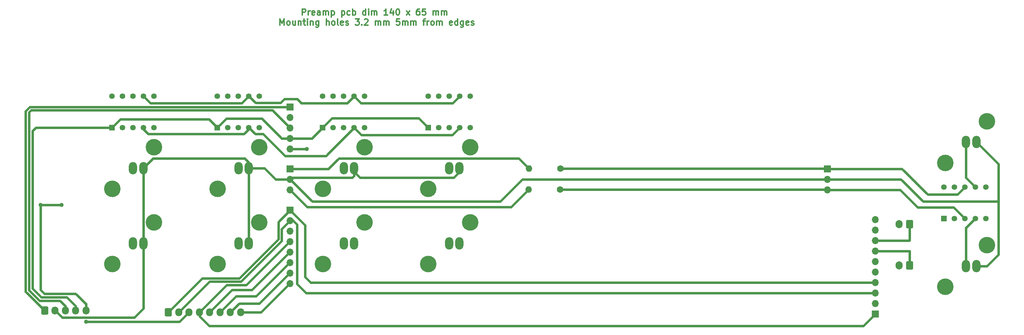
<source format=gbr>
%TF.GenerationSoftware,KiCad,Pcbnew,7.0.10*%
%TF.CreationDate,2024-01-24T20:17:36+01:00*%
%TF.ProjectId,ThePreamp-Analogue,54686550-7265-4616-9d70-2d416e616c6f,rev?*%
%TF.SameCoordinates,Original*%
%TF.FileFunction,Copper,L1,Top*%
%TF.FilePolarity,Positive*%
%FSLAX46Y46*%
G04 Gerber Fmt 4.6, Leading zero omitted, Abs format (unit mm)*
G04 Created by KiCad (PCBNEW 7.0.10) date 2024-01-24 20:17:36*
%MOMM*%
%LPD*%
G01*
G04 APERTURE LIST*
G04 Aperture macros list*
%AMRoundRect*
0 Rectangle with rounded corners*
0 $1 Rounding radius*
0 $2 $3 $4 $5 $6 $7 $8 $9 X,Y pos of 4 corners*
0 Add a 4 corners polygon primitive as box body*
4,1,4,$2,$3,$4,$5,$6,$7,$8,$9,$2,$3,0*
0 Add four circle primitives for the rounded corners*
1,1,$1+$1,$2,$3*
1,1,$1+$1,$4,$5*
1,1,$1+$1,$6,$7*
1,1,$1+$1,$8,$9*
0 Add four rect primitives between the rounded corners*
20,1,$1+$1,$2,$3,$4,$5,0*
20,1,$1+$1,$4,$5,$6,$7,0*
20,1,$1+$1,$6,$7,$8,$9,0*
20,1,$1+$1,$8,$9,$2,$3,0*%
G04 Aperture macros list end*
%ADD10C,0.300000*%
%TA.AperFunction,NonConductor*%
%ADD11C,0.300000*%
%TD*%
%TA.AperFunction,ComponentPad*%
%ADD12C,4.000000*%
%TD*%
%TA.AperFunction,ComponentPad*%
%ADD13O,2.000000X3.000000*%
%TD*%
%TA.AperFunction,ComponentPad*%
%ADD14R,1.350000X1.350000*%
%TD*%
%TA.AperFunction,ComponentPad*%
%ADD15C,1.350000*%
%TD*%
%TA.AperFunction,ComponentPad*%
%ADD16RoundRect,0.250000X-0.600000X-0.725000X0.600000X-0.725000X0.600000X0.725000X-0.600000X0.725000X0*%
%TD*%
%TA.AperFunction,ComponentPad*%
%ADD17O,1.700000X1.950000*%
%TD*%
%TA.AperFunction,ComponentPad*%
%ADD18C,1.600000*%
%TD*%
%TA.AperFunction,ComponentPad*%
%ADD19O,1.600000X1.600000*%
%TD*%
%TA.AperFunction,ComponentPad*%
%ADD20RoundRect,0.250000X0.600000X0.750000X-0.600000X0.750000X-0.600000X-0.750000X0.600000X-0.750000X0*%
%TD*%
%TA.AperFunction,ComponentPad*%
%ADD21O,1.700000X2.000000*%
%TD*%
%TA.AperFunction,ComponentPad*%
%ADD22R,1.700000X1.700000*%
%TD*%
%TA.AperFunction,ComponentPad*%
%ADD23O,1.700000X1.700000*%
%TD*%
%TA.AperFunction,ViaPad*%
%ADD24C,1.000000*%
%TD*%
%TA.AperFunction,Conductor*%
%ADD25C,0.600000*%
%TD*%
G04 APERTURE END LIST*
D10*
D11*
X67928572Y76229172D02*
X67928572Y77729172D01*
X67928572Y77729172D02*
X68500001Y77729172D01*
X68500001Y77729172D02*
X68642858Y77657743D01*
X68642858Y77657743D02*
X68714287Y77586315D01*
X68714287Y77586315D02*
X68785715Y77443458D01*
X68785715Y77443458D02*
X68785715Y77229172D01*
X68785715Y77229172D02*
X68714287Y77086315D01*
X68714287Y77086315D02*
X68642858Y77014886D01*
X68642858Y77014886D02*
X68500001Y76943458D01*
X68500001Y76943458D02*
X67928572Y76943458D01*
X69428572Y76229172D02*
X69428572Y77229172D01*
X69428572Y76943458D02*
X69500001Y77086315D01*
X69500001Y77086315D02*
X69571430Y77157743D01*
X69571430Y77157743D02*
X69714287Y77229172D01*
X69714287Y77229172D02*
X69857144Y77229172D01*
X70928572Y76300600D02*
X70785715Y76229172D01*
X70785715Y76229172D02*
X70500001Y76229172D01*
X70500001Y76229172D02*
X70357143Y76300600D01*
X70357143Y76300600D02*
X70285715Y76443458D01*
X70285715Y76443458D02*
X70285715Y77014886D01*
X70285715Y77014886D02*
X70357143Y77157743D01*
X70357143Y77157743D02*
X70500001Y77229172D01*
X70500001Y77229172D02*
X70785715Y77229172D01*
X70785715Y77229172D02*
X70928572Y77157743D01*
X70928572Y77157743D02*
X71000001Y77014886D01*
X71000001Y77014886D02*
X71000001Y76872029D01*
X71000001Y76872029D02*
X70285715Y76729172D01*
X72285715Y76229172D02*
X72285715Y77014886D01*
X72285715Y77014886D02*
X72214286Y77157743D01*
X72214286Y77157743D02*
X72071429Y77229172D01*
X72071429Y77229172D02*
X71785715Y77229172D01*
X71785715Y77229172D02*
X71642857Y77157743D01*
X72285715Y76300600D02*
X72142857Y76229172D01*
X72142857Y76229172D02*
X71785715Y76229172D01*
X71785715Y76229172D02*
X71642857Y76300600D01*
X71642857Y76300600D02*
X71571429Y76443458D01*
X71571429Y76443458D02*
X71571429Y76586315D01*
X71571429Y76586315D02*
X71642857Y76729172D01*
X71642857Y76729172D02*
X71785715Y76800600D01*
X71785715Y76800600D02*
X72142857Y76800600D01*
X72142857Y76800600D02*
X72285715Y76872029D01*
X73000000Y76229172D02*
X73000000Y77229172D01*
X73000000Y77086315D02*
X73071429Y77157743D01*
X73071429Y77157743D02*
X73214286Y77229172D01*
X73214286Y77229172D02*
X73428572Y77229172D01*
X73428572Y77229172D02*
X73571429Y77157743D01*
X73571429Y77157743D02*
X73642858Y77014886D01*
X73642858Y77014886D02*
X73642858Y76229172D01*
X73642858Y77014886D02*
X73714286Y77157743D01*
X73714286Y77157743D02*
X73857143Y77229172D01*
X73857143Y77229172D02*
X74071429Y77229172D01*
X74071429Y77229172D02*
X74214286Y77157743D01*
X74214286Y77157743D02*
X74285715Y77014886D01*
X74285715Y77014886D02*
X74285715Y76229172D01*
X75000000Y77229172D02*
X75000000Y75729172D01*
X75000000Y77157743D02*
X75142858Y77229172D01*
X75142858Y77229172D02*
X75428572Y77229172D01*
X75428572Y77229172D02*
X75571429Y77157743D01*
X75571429Y77157743D02*
X75642858Y77086315D01*
X75642858Y77086315D02*
X75714286Y76943458D01*
X75714286Y76943458D02*
X75714286Y76514886D01*
X75714286Y76514886D02*
X75642858Y76372029D01*
X75642858Y76372029D02*
X75571429Y76300600D01*
X75571429Y76300600D02*
X75428572Y76229172D01*
X75428572Y76229172D02*
X75142858Y76229172D01*
X75142858Y76229172D02*
X75000000Y76300600D01*
X77500000Y77229172D02*
X77500000Y75729172D01*
X77500000Y77157743D02*
X77642858Y77229172D01*
X77642858Y77229172D02*
X77928572Y77229172D01*
X77928572Y77229172D02*
X78071429Y77157743D01*
X78071429Y77157743D02*
X78142858Y77086315D01*
X78142858Y77086315D02*
X78214286Y76943458D01*
X78214286Y76943458D02*
X78214286Y76514886D01*
X78214286Y76514886D02*
X78142858Y76372029D01*
X78142858Y76372029D02*
X78071429Y76300600D01*
X78071429Y76300600D02*
X77928572Y76229172D01*
X77928572Y76229172D02*
X77642858Y76229172D01*
X77642858Y76229172D02*
X77500000Y76300600D01*
X79500001Y76300600D02*
X79357143Y76229172D01*
X79357143Y76229172D02*
X79071429Y76229172D01*
X79071429Y76229172D02*
X78928572Y76300600D01*
X78928572Y76300600D02*
X78857143Y76372029D01*
X78857143Y76372029D02*
X78785715Y76514886D01*
X78785715Y76514886D02*
X78785715Y76943458D01*
X78785715Y76943458D02*
X78857143Y77086315D01*
X78857143Y77086315D02*
X78928572Y77157743D01*
X78928572Y77157743D02*
X79071429Y77229172D01*
X79071429Y77229172D02*
X79357143Y77229172D01*
X79357143Y77229172D02*
X79500001Y77157743D01*
X80142857Y76229172D02*
X80142857Y77729172D01*
X80142857Y77157743D02*
X80285715Y77229172D01*
X80285715Y77229172D02*
X80571429Y77229172D01*
X80571429Y77229172D02*
X80714286Y77157743D01*
X80714286Y77157743D02*
X80785715Y77086315D01*
X80785715Y77086315D02*
X80857143Y76943458D01*
X80857143Y76943458D02*
X80857143Y76514886D01*
X80857143Y76514886D02*
X80785715Y76372029D01*
X80785715Y76372029D02*
X80714286Y76300600D01*
X80714286Y76300600D02*
X80571429Y76229172D01*
X80571429Y76229172D02*
X80285715Y76229172D01*
X80285715Y76229172D02*
X80142857Y76300600D01*
X83285715Y76229172D02*
X83285715Y77729172D01*
X83285715Y76300600D02*
X83142857Y76229172D01*
X83142857Y76229172D02*
X82857143Y76229172D01*
X82857143Y76229172D02*
X82714286Y76300600D01*
X82714286Y76300600D02*
X82642857Y76372029D01*
X82642857Y76372029D02*
X82571429Y76514886D01*
X82571429Y76514886D02*
X82571429Y76943458D01*
X82571429Y76943458D02*
X82642857Y77086315D01*
X82642857Y77086315D02*
X82714286Y77157743D01*
X82714286Y77157743D02*
X82857143Y77229172D01*
X82857143Y77229172D02*
X83142857Y77229172D01*
X83142857Y77229172D02*
X83285715Y77157743D01*
X84000000Y76229172D02*
X84000000Y77229172D01*
X84000000Y77729172D02*
X83928572Y77657743D01*
X83928572Y77657743D02*
X84000000Y77586315D01*
X84000000Y77586315D02*
X84071429Y77657743D01*
X84071429Y77657743D02*
X84000000Y77729172D01*
X84000000Y77729172D02*
X84000000Y77586315D01*
X84714286Y76229172D02*
X84714286Y77229172D01*
X84714286Y77086315D02*
X84785715Y77157743D01*
X84785715Y77157743D02*
X84928572Y77229172D01*
X84928572Y77229172D02*
X85142858Y77229172D01*
X85142858Y77229172D02*
X85285715Y77157743D01*
X85285715Y77157743D02*
X85357144Y77014886D01*
X85357144Y77014886D02*
X85357144Y76229172D01*
X85357144Y77014886D02*
X85428572Y77157743D01*
X85428572Y77157743D02*
X85571429Y77229172D01*
X85571429Y77229172D02*
X85785715Y77229172D01*
X85785715Y77229172D02*
X85928572Y77157743D01*
X85928572Y77157743D02*
X86000001Y77014886D01*
X86000001Y77014886D02*
X86000001Y76229172D01*
X88642858Y76229172D02*
X87785715Y76229172D01*
X88214286Y76229172D02*
X88214286Y77729172D01*
X88214286Y77729172D02*
X88071429Y77514886D01*
X88071429Y77514886D02*
X87928572Y77372029D01*
X87928572Y77372029D02*
X87785715Y77300600D01*
X89928572Y77229172D02*
X89928572Y76229172D01*
X89571429Y77800600D02*
X89214286Y76729172D01*
X89214286Y76729172D02*
X90142857Y76729172D01*
X91000000Y77729172D02*
X91142857Y77729172D01*
X91142857Y77729172D02*
X91285714Y77657743D01*
X91285714Y77657743D02*
X91357143Y77586315D01*
X91357143Y77586315D02*
X91428571Y77443458D01*
X91428571Y77443458D02*
X91500000Y77157743D01*
X91500000Y77157743D02*
X91500000Y76800600D01*
X91500000Y76800600D02*
X91428571Y76514886D01*
X91428571Y76514886D02*
X91357143Y76372029D01*
X91357143Y76372029D02*
X91285714Y76300600D01*
X91285714Y76300600D02*
X91142857Y76229172D01*
X91142857Y76229172D02*
X91000000Y76229172D01*
X91000000Y76229172D02*
X90857143Y76300600D01*
X90857143Y76300600D02*
X90785714Y76372029D01*
X90785714Y76372029D02*
X90714285Y76514886D01*
X90714285Y76514886D02*
X90642857Y76800600D01*
X90642857Y76800600D02*
X90642857Y77157743D01*
X90642857Y77157743D02*
X90714285Y77443458D01*
X90714285Y77443458D02*
X90785714Y77586315D01*
X90785714Y77586315D02*
X90857143Y77657743D01*
X90857143Y77657743D02*
X91000000Y77729172D01*
X93142856Y76229172D02*
X93928571Y77229172D01*
X93142856Y77229172D02*
X93928571Y76229172D01*
X96285714Y77729172D02*
X95999999Y77729172D01*
X95999999Y77729172D02*
X95857142Y77657743D01*
X95857142Y77657743D02*
X95785714Y77586315D01*
X95785714Y77586315D02*
X95642856Y77372029D01*
X95642856Y77372029D02*
X95571428Y77086315D01*
X95571428Y77086315D02*
X95571428Y76514886D01*
X95571428Y76514886D02*
X95642856Y76372029D01*
X95642856Y76372029D02*
X95714285Y76300600D01*
X95714285Y76300600D02*
X95857142Y76229172D01*
X95857142Y76229172D02*
X96142856Y76229172D01*
X96142856Y76229172D02*
X96285714Y76300600D01*
X96285714Y76300600D02*
X96357142Y76372029D01*
X96357142Y76372029D02*
X96428571Y76514886D01*
X96428571Y76514886D02*
X96428571Y76872029D01*
X96428571Y76872029D02*
X96357142Y77014886D01*
X96357142Y77014886D02*
X96285714Y77086315D01*
X96285714Y77086315D02*
X96142856Y77157743D01*
X96142856Y77157743D02*
X95857142Y77157743D01*
X95857142Y77157743D02*
X95714285Y77086315D01*
X95714285Y77086315D02*
X95642856Y77014886D01*
X95642856Y77014886D02*
X95571428Y76872029D01*
X97785713Y77729172D02*
X97071427Y77729172D01*
X97071427Y77729172D02*
X96999999Y77014886D01*
X96999999Y77014886D02*
X97071427Y77086315D01*
X97071427Y77086315D02*
X97214285Y77157743D01*
X97214285Y77157743D02*
X97571427Y77157743D01*
X97571427Y77157743D02*
X97714285Y77086315D01*
X97714285Y77086315D02*
X97785713Y77014886D01*
X97785713Y77014886D02*
X97857142Y76872029D01*
X97857142Y76872029D02*
X97857142Y76514886D01*
X97857142Y76514886D02*
X97785713Y76372029D01*
X97785713Y76372029D02*
X97714285Y76300600D01*
X97714285Y76300600D02*
X97571427Y76229172D01*
X97571427Y76229172D02*
X97214285Y76229172D01*
X97214285Y76229172D02*
X97071427Y76300600D01*
X97071427Y76300600D02*
X96999999Y76372029D01*
X99642855Y76229172D02*
X99642855Y77229172D01*
X99642855Y77086315D02*
X99714284Y77157743D01*
X99714284Y77157743D02*
X99857141Y77229172D01*
X99857141Y77229172D02*
X100071427Y77229172D01*
X100071427Y77229172D02*
X100214284Y77157743D01*
X100214284Y77157743D02*
X100285713Y77014886D01*
X100285713Y77014886D02*
X100285713Y76229172D01*
X100285713Y77014886D02*
X100357141Y77157743D01*
X100357141Y77157743D02*
X100499998Y77229172D01*
X100499998Y77229172D02*
X100714284Y77229172D01*
X100714284Y77229172D02*
X100857141Y77157743D01*
X100857141Y77157743D02*
X100928570Y77014886D01*
X100928570Y77014886D02*
X100928570Y76229172D01*
X101642855Y76229172D02*
X101642855Y77229172D01*
X101642855Y77086315D02*
X101714284Y77157743D01*
X101714284Y77157743D02*
X101857141Y77229172D01*
X101857141Y77229172D02*
X102071427Y77229172D01*
X102071427Y77229172D02*
X102214284Y77157743D01*
X102214284Y77157743D02*
X102285713Y77014886D01*
X102285713Y77014886D02*
X102285713Y76229172D01*
X102285713Y77014886D02*
X102357141Y77157743D01*
X102357141Y77157743D02*
X102499998Y77229172D01*
X102499998Y77229172D02*
X102714284Y77229172D01*
X102714284Y77229172D02*
X102857141Y77157743D01*
X102857141Y77157743D02*
X102928570Y77014886D01*
X102928570Y77014886D02*
X102928570Y76229172D01*
X62571428Y73814172D02*
X62571428Y75314172D01*
X62571428Y75314172D02*
X63071428Y74242743D01*
X63071428Y74242743D02*
X63571428Y75314172D01*
X63571428Y75314172D02*
X63571428Y73814172D01*
X64500000Y73814172D02*
X64357143Y73885600D01*
X64357143Y73885600D02*
X64285714Y73957029D01*
X64285714Y73957029D02*
X64214286Y74099886D01*
X64214286Y74099886D02*
X64214286Y74528458D01*
X64214286Y74528458D02*
X64285714Y74671315D01*
X64285714Y74671315D02*
X64357143Y74742743D01*
X64357143Y74742743D02*
X64500000Y74814172D01*
X64500000Y74814172D02*
X64714286Y74814172D01*
X64714286Y74814172D02*
X64857143Y74742743D01*
X64857143Y74742743D02*
X64928572Y74671315D01*
X64928572Y74671315D02*
X65000000Y74528458D01*
X65000000Y74528458D02*
X65000000Y74099886D01*
X65000000Y74099886D02*
X64928572Y73957029D01*
X64928572Y73957029D02*
X64857143Y73885600D01*
X64857143Y73885600D02*
X64714286Y73814172D01*
X64714286Y73814172D02*
X64500000Y73814172D01*
X66285715Y74814172D02*
X66285715Y73814172D01*
X65642857Y74814172D02*
X65642857Y74028458D01*
X65642857Y74028458D02*
X65714286Y73885600D01*
X65714286Y73885600D02*
X65857143Y73814172D01*
X65857143Y73814172D02*
X66071429Y73814172D01*
X66071429Y73814172D02*
X66214286Y73885600D01*
X66214286Y73885600D02*
X66285715Y73957029D01*
X67000000Y74814172D02*
X67000000Y73814172D01*
X67000000Y74671315D02*
X67071429Y74742743D01*
X67071429Y74742743D02*
X67214286Y74814172D01*
X67214286Y74814172D02*
X67428572Y74814172D01*
X67428572Y74814172D02*
X67571429Y74742743D01*
X67571429Y74742743D02*
X67642858Y74599886D01*
X67642858Y74599886D02*
X67642858Y73814172D01*
X68142858Y74814172D02*
X68714286Y74814172D01*
X68357143Y75314172D02*
X68357143Y74028458D01*
X68357143Y74028458D02*
X68428572Y73885600D01*
X68428572Y73885600D02*
X68571429Y73814172D01*
X68571429Y73814172D02*
X68714286Y73814172D01*
X69214286Y73814172D02*
X69214286Y74814172D01*
X69214286Y75314172D02*
X69142858Y75242743D01*
X69142858Y75242743D02*
X69214286Y75171315D01*
X69214286Y75171315D02*
X69285715Y75242743D01*
X69285715Y75242743D02*
X69214286Y75314172D01*
X69214286Y75314172D02*
X69214286Y75171315D01*
X69928572Y74814172D02*
X69928572Y73814172D01*
X69928572Y74671315D02*
X70000001Y74742743D01*
X70000001Y74742743D02*
X70142858Y74814172D01*
X70142858Y74814172D02*
X70357144Y74814172D01*
X70357144Y74814172D02*
X70500001Y74742743D01*
X70500001Y74742743D02*
X70571430Y74599886D01*
X70571430Y74599886D02*
X70571430Y73814172D01*
X71928573Y74814172D02*
X71928573Y73599886D01*
X71928573Y73599886D02*
X71857144Y73457029D01*
X71857144Y73457029D02*
X71785715Y73385600D01*
X71785715Y73385600D02*
X71642858Y73314172D01*
X71642858Y73314172D02*
X71428573Y73314172D01*
X71428573Y73314172D02*
X71285715Y73385600D01*
X71928573Y73885600D02*
X71785715Y73814172D01*
X71785715Y73814172D02*
X71500001Y73814172D01*
X71500001Y73814172D02*
X71357144Y73885600D01*
X71357144Y73885600D02*
X71285715Y73957029D01*
X71285715Y73957029D02*
X71214287Y74099886D01*
X71214287Y74099886D02*
X71214287Y74528458D01*
X71214287Y74528458D02*
X71285715Y74671315D01*
X71285715Y74671315D02*
X71357144Y74742743D01*
X71357144Y74742743D02*
X71500001Y74814172D01*
X71500001Y74814172D02*
X71785715Y74814172D01*
X71785715Y74814172D02*
X71928573Y74742743D01*
X73785715Y73814172D02*
X73785715Y75314172D01*
X74428573Y73814172D02*
X74428573Y74599886D01*
X74428573Y74599886D02*
X74357144Y74742743D01*
X74357144Y74742743D02*
X74214287Y74814172D01*
X74214287Y74814172D02*
X74000001Y74814172D01*
X74000001Y74814172D02*
X73857144Y74742743D01*
X73857144Y74742743D02*
X73785715Y74671315D01*
X75357144Y73814172D02*
X75214287Y73885600D01*
X75214287Y73885600D02*
X75142858Y73957029D01*
X75142858Y73957029D02*
X75071430Y74099886D01*
X75071430Y74099886D02*
X75071430Y74528458D01*
X75071430Y74528458D02*
X75142858Y74671315D01*
X75142858Y74671315D02*
X75214287Y74742743D01*
X75214287Y74742743D02*
X75357144Y74814172D01*
X75357144Y74814172D02*
X75571430Y74814172D01*
X75571430Y74814172D02*
X75714287Y74742743D01*
X75714287Y74742743D02*
X75785716Y74671315D01*
X75785716Y74671315D02*
X75857144Y74528458D01*
X75857144Y74528458D02*
X75857144Y74099886D01*
X75857144Y74099886D02*
X75785716Y73957029D01*
X75785716Y73957029D02*
X75714287Y73885600D01*
X75714287Y73885600D02*
X75571430Y73814172D01*
X75571430Y73814172D02*
X75357144Y73814172D01*
X76714287Y73814172D02*
X76571430Y73885600D01*
X76571430Y73885600D02*
X76500001Y74028458D01*
X76500001Y74028458D02*
X76500001Y75314172D01*
X77857144Y73885600D02*
X77714287Y73814172D01*
X77714287Y73814172D02*
X77428573Y73814172D01*
X77428573Y73814172D02*
X77285715Y73885600D01*
X77285715Y73885600D02*
X77214287Y74028458D01*
X77214287Y74028458D02*
X77214287Y74599886D01*
X77214287Y74599886D02*
X77285715Y74742743D01*
X77285715Y74742743D02*
X77428573Y74814172D01*
X77428573Y74814172D02*
X77714287Y74814172D01*
X77714287Y74814172D02*
X77857144Y74742743D01*
X77857144Y74742743D02*
X77928573Y74599886D01*
X77928573Y74599886D02*
X77928573Y74457029D01*
X77928573Y74457029D02*
X77214287Y74314172D01*
X78500001Y73885600D02*
X78642858Y73814172D01*
X78642858Y73814172D02*
X78928572Y73814172D01*
X78928572Y73814172D02*
X79071429Y73885600D01*
X79071429Y73885600D02*
X79142858Y74028458D01*
X79142858Y74028458D02*
X79142858Y74099886D01*
X79142858Y74099886D02*
X79071429Y74242743D01*
X79071429Y74242743D02*
X78928572Y74314172D01*
X78928572Y74314172D02*
X78714287Y74314172D01*
X78714287Y74314172D02*
X78571429Y74385600D01*
X78571429Y74385600D02*
X78500001Y74528458D01*
X78500001Y74528458D02*
X78500001Y74599886D01*
X78500001Y74599886D02*
X78571429Y74742743D01*
X78571429Y74742743D02*
X78714287Y74814172D01*
X78714287Y74814172D02*
X78928572Y74814172D01*
X78928572Y74814172D02*
X79071429Y74742743D01*
X80785715Y75314172D02*
X81714287Y75314172D01*
X81714287Y75314172D02*
X81214287Y74742743D01*
X81214287Y74742743D02*
X81428572Y74742743D01*
X81428572Y74742743D02*
X81571430Y74671315D01*
X81571430Y74671315D02*
X81642858Y74599886D01*
X81642858Y74599886D02*
X81714287Y74457029D01*
X81714287Y74457029D02*
X81714287Y74099886D01*
X81714287Y74099886D02*
X81642858Y73957029D01*
X81642858Y73957029D02*
X81571430Y73885600D01*
X81571430Y73885600D02*
X81428572Y73814172D01*
X81428572Y73814172D02*
X81000001Y73814172D01*
X81000001Y73814172D02*
X80857144Y73885600D01*
X80857144Y73885600D02*
X80785715Y73957029D01*
X82357143Y73957029D02*
X82428572Y73885600D01*
X82428572Y73885600D02*
X82357143Y73814172D01*
X82357143Y73814172D02*
X82285715Y73885600D01*
X82285715Y73885600D02*
X82357143Y73957029D01*
X82357143Y73957029D02*
X82357143Y73814172D01*
X83000001Y75171315D02*
X83071429Y75242743D01*
X83071429Y75242743D02*
X83214287Y75314172D01*
X83214287Y75314172D02*
X83571429Y75314172D01*
X83571429Y75314172D02*
X83714287Y75242743D01*
X83714287Y75242743D02*
X83785715Y75171315D01*
X83785715Y75171315D02*
X83857144Y75028458D01*
X83857144Y75028458D02*
X83857144Y74885600D01*
X83857144Y74885600D02*
X83785715Y74671315D01*
X83785715Y74671315D02*
X82928572Y73814172D01*
X82928572Y73814172D02*
X83857144Y73814172D01*
X85642857Y73814172D02*
X85642857Y74814172D01*
X85642857Y74671315D02*
X85714286Y74742743D01*
X85714286Y74742743D02*
X85857143Y74814172D01*
X85857143Y74814172D02*
X86071429Y74814172D01*
X86071429Y74814172D02*
X86214286Y74742743D01*
X86214286Y74742743D02*
X86285715Y74599886D01*
X86285715Y74599886D02*
X86285715Y73814172D01*
X86285715Y74599886D02*
X86357143Y74742743D01*
X86357143Y74742743D02*
X86500000Y74814172D01*
X86500000Y74814172D02*
X86714286Y74814172D01*
X86714286Y74814172D02*
X86857143Y74742743D01*
X86857143Y74742743D02*
X86928572Y74599886D01*
X86928572Y74599886D02*
X86928572Y73814172D01*
X87642857Y73814172D02*
X87642857Y74814172D01*
X87642857Y74671315D02*
X87714286Y74742743D01*
X87714286Y74742743D02*
X87857143Y74814172D01*
X87857143Y74814172D02*
X88071429Y74814172D01*
X88071429Y74814172D02*
X88214286Y74742743D01*
X88214286Y74742743D02*
X88285715Y74599886D01*
X88285715Y74599886D02*
X88285715Y73814172D01*
X88285715Y74599886D02*
X88357143Y74742743D01*
X88357143Y74742743D02*
X88500000Y74814172D01*
X88500000Y74814172D02*
X88714286Y74814172D01*
X88714286Y74814172D02*
X88857143Y74742743D01*
X88857143Y74742743D02*
X88928572Y74599886D01*
X88928572Y74599886D02*
X88928572Y73814172D01*
X91500000Y75314172D02*
X90785714Y75314172D01*
X90785714Y75314172D02*
X90714286Y74599886D01*
X90714286Y74599886D02*
X90785714Y74671315D01*
X90785714Y74671315D02*
X90928572Y74742743D01*
X90928572Y74742743D02*
X91285714Y74742743D01*
X91285714Y74742743D02*
X91428572Y74671315D01*
X91428572Y74671315D02*
X91500000Y74599886D01*
X91500000Y74599886D02*
X91571429Y74457029D01*
X91571429Y74457029D02*
X91571429Y74099886D01*
X91571429Y74099886D02*
X91500000Y73957029D01*
X91500000Y73957029D02*
X91428572Y73885600D01*
X91428572Y73885600D02*
X91285714Y73814172D01*
X91285714Y73814172D02*
X90928572Y73814172D01*
X90928572Y73814172D02*
X90785714Y73885600D01*
X90785714Y73885600D02*
X90714286Y73957029D01*
X92214285Y73814172D02*
X92214285Y74814172D01*
X92214285Y74671315D02*
X92285714Y74742743D01*
X92285714Y74742743D02*
X92428571Y74814172D01*
X92428571Y74814172D02*
X92642857Y74814172D01*
X92642857Y74814172D02*
X92785714Y74742743D01*
X92785714Y74742743D02*
X92857143Y74599886D01*
X92857143Y74599886D02*
X92857143Y73814172D01*
X92857143Y74599886D02*
X92928571Y74742743D01*
X92928571Y74742743D02*
X93071428Y74814172D01*
X93071428Y74814172D02*
X93285714Y74814172D01*
X93285714Y74814172D02*
X93428571Y74742743D01*
X93428571Y74742743D02*
X93500000Y74599886D01*
X93500000Y74599886D02*
X93500000Y73814172D01*
X94214285Y73814172D02*
X94214285Y74814172D01*
X94214285Y74671315D02*
X94285714Y74742743D01*
X94285714Y74742743D02*
X94428571Y74814172D01*
X94428571Y74814172D02*
X94642857Y74814172D01*
X94642857Y74814172D02*
X94785714Y74742743D01*
X94785714Y74742743D02*
X94857143Y74599886D01*
X94857143Y74599886D02*
X94857143Y73814172D01*
X94857143Y74599886D02*
X94928571Y74742743D01*
X94928571Y74742743D02*
X95071428Y74814172D01*
X95071428Y74814172D02*
X95285714Y74814172D01*
X95285714Y74814172D02*
X95428571Y74742743D01*
X95428571Y74742743D02*
X95500000Y74599886D01*
X95500000Y74599886D02*
X95500000Y73814172D01*
X97142857Y74814172D02*
X97714285Y74814172D01*
X97357142Y73814172D02*
X97357142Y75099886D01*
X97357142Y75099886D02*
X97428571Y75242743D01*
X97428571Y75242743D02*
X97571428Y75314172D01*
X97571428Y75314172D02*
X97714285Y75314172D01*
X98214285Y73814172D02*
X98214285Y74814172D01*
X98214285Y74528458D02*
X98285714Y74671315D01*
X98285714Y74671315D02*
X98357143Y74742743D01*
X98357143Y74742743D02*
X98500000Y74814172D01*
X98500000Y74814172D02*
X98642857Y74814172D01*
X99357142Y73814172D02*
X99214285Y73885600D01*
X99214285Y73885600D02*
X99142856Y73957029D01*
X99142856Y73957029D02*
X99071428Y74099886D01*
X99071428Y74099886D02*
X99071428Y74528458D01*
X99071428Y74528458D02*
X99142856Y74671315D01*
X99142856Y74671315D02*
X99214285Y74742743D01*
X99214285Y74742743D02*
X99357142Y74814172D01*
X99357142Y74814172D02*
X99571428Y74814172D01*
X99571428Y74814172D02*
X99714285Y74742743D01*
X99714285Y74742743D02*
X99785714Y74671315D01*
X99785714Y74671315D02*
X99857142Y74528458D01*
X99857142Y74528458D02*
X99857142Y74099886D01*
X99857142Y74099886D02*
X99785714Y73957029D01*
X99785714Y73957029D02*
X99714285Y73885600D01*
X99714285Y73885600D02*
X99571428Y73814172D01*
X99571428Y73814172D02*
X99357142Y73814172D01*
X100499999Y73814172D02*
X100499999Y74814172D01*
X100499999Y74671315D02*
X100571428Y74742743D01*
X100571428Y74742743D02*
X100714285Y74814172D01*
X100714285Y74814172D02*
X100928571Y74814172D01*
X100928571Y74814172D02*
X101071428Y74742743D01*
X101071428Y74742743D02*
X101142857Y74599886D01*
X101142857Y74599886D02*
X101142857Y73814172D01*
X101142857Y74599886D02*
X101214285Y74742743D01*
X101214285Y74742743D02*
X101357142Y74814172D01*
X101357142Y74814172D02*
X101571428Y74814172D01*
X101571428Y74814172D02*
X101714285Y74742743D01*
X101714285Y74742743D02*
X101785714Y74599886D01*
X101785714Y74599886D02*
X101785714Y73814172D01*
X104214285Y73885600D02*
X104071428Y73814172D01*
X104071428Y73814172D02*
X103785714Y73814172D01*
X103785714Y73814172D02*
X103642856Y73885600D01*
X103642856Y73885600D02*
X103571428Y74028458D01*
X103571428Y74028458D02*
X103571428Y74599886D01*
X103571428Y74599886D02*
X103642856Y74742743D01*
X103642856Y74742743D02*
X103785714Y74814172D01*
X103785714Y74814172D02*
X104071428Y74814172D01*
X104071428Y74814172D02*
X104214285Y74742743D01*
X104214285Y74742743D02*
X104285714Y74599886D01*
X104285714Y74599886D02*
X104285714Y74457029D01*
X104285714Y74457029D02*
X103571428Y74314172D01*
X105571428Y73814172D02*
X105571428Y75314172D01*
X105571428Y73885600D02*
X105428570Y73814172D01*
X105428570Y73814172D02*
X105142856Y73814172D01*
X105142856Y73814172D02*
X104999999Y73885600D01*
X104999999Y73885600D02*
X104928570Y73957029D01*
X104928570Y73957029D02*
X104857142Y74099886D01*
X104857142Y74099886D02*
X104857142Y74528458D01*
X104857142Y74528458D02*
X104928570Y74671315D01*
X104928570Y74671315D02*
X104999999Y74742743D01*
X104999999Y74742743D02*
X105142856Y74814172D01*
X105142856Y74814172D02*
X105428570Y74814172D01*
X105428570Y74814172D02*
X105571428Y74742743D01*
X106928571Y74814172D02*
X106928571Y73599886D01*
X106928571Y73599886D02*
X106857142Y73457029D01*
X106857142Y73457029D02*
X106785713Y73385600D01*
X106785713Y73385600D02*
X106642856Y73314172D01*
X106642856Y73314172D02*
X106428571Y73314172D01*
X106428571Y73314172D02*
X106285713Y73385600D01*
X106928571Y73885600D02*
X106785713Y73814172D01*
X106785713Y73814172D02*
X106499999Y73814172D01*
X106499999Y73814172D02*
X106357142Y73885600D01*
X106357142Y73885600D02*
X106285713Y73957029D01*
X106285713Y73957029D02*
X106214285Y74099886D01*
X106214285Y74099886D02*
X106214285Y74528458D01*
X106214285Y74528458D02*
X106285713Y74671315D01*
X106285713Y74671315D02*
X106357142Y74742743D01*
X106357142Y74742743D02*
X106499999Y74814172D01*
X106499999Y74814172D02*
X106785713Y74814172D01*
X106785713Y74814172D02*
X106928571Y74742743D01*
X108214285Y73885600D02*
X108071428Y73814172D01*
X108071428Y73814172D02*
X107785714Y73814172D01*
X107785714Y73814172D02*
X107642856Y73885600D01*
X107642856Y73885600D02*
X107571428Y74028458D01*
X107571428Y74028458D02*
X107571428Y74599886D01*
X107571428Y74599886D02*
X107642856Y74742743D01*
X107642856Y74742743D02*
X107785714Y74814172D01*
X107785714Y74814172D02*
X108071428Y74814172D01*
X108071428Y74814172D02*
X108214285Y74742743D01*
X108214285Y74742743D02*
X108285714Y74599886D01*
X108285714Y74599886D02*
X108285714Y74457029D01*
X108285714Y74457029D02*
X107571428Y74314172D01*
X108857142Y73885600D02*
X108999999Y73814172D01*
X108999999Y73814172D02*
X109285713Y73814172D01*
X109285713Y73814172D02*
X109428570Y73885600D01*
X109428570Y73885600D02*
X109499999Y74028458D01*
X109499999Y74028458D02*
X109499999Y74099886D01*
X109499999Y74099886D02*
X109428570Y74242743D01*
X109428570Y74242743D02*
X109285713Y74314172D01*
X109285713Y74314172D02*
X109071428Y74314172D01*
X109071428Y74314172D02*
X108928570Y74385600D01*
X108928570Y74385600D02*
X108857142Y74528458D01*
X108857142Y74528458D02*
X108857142Y74599886D01*
X108857142Y74599886D02*
X108928570Y74742743D01*
X108928570Y74742743D02*
X109071428Y74814172D01*
X109071428Y74814172D02*
X109285713Y74814172D01*
X109285713Y74814172D02*
X109428570Y74742743D01*
D12*
%TO.P,RCA3,*%
%TO.N,*%
X72950000Y15950000D03*
X83050000Y26050000D03*
D13*
%TO.P,RCA3,1,In*%
%TO.N,Net-(K3-Pad3)*%
X78000000Y21000000D03*
%TO.P,RCA3,2,Ext*%
%TO.N,GNDA*%
X80500000Y21000000D03*
%TD*%
D12*
%TO.P,RCA6,*%
%TO.N,*%
X47450000Y34150000D03*
X57550000Y44250000D03*
D13*
%TO.P,RCA6,1,In*%
%TO.N,Net-(K2-Pad8)*%
X52500000Y39200000D03*
%TO.P,RCA6,2,Ext*%
%TO.N,GNDA*%
X55000000Y39200000D03*
%TD*%
D14*
%TO.P,K4,1,1*%
%TO.N,+12V*%
X98400000Y49000000D03*
D15*
%TO.P,K4,2,2*%
%TO.N,unconnected-(K4-Pad2)*%
X100940000Y49000000D03*
%TO.P,K4,3,3*%
%TO.N,Net-(K4-Pad3)*%
X103480000Y49000000D03*
%TO.P,K4,4,4*%
%TO.N,Audio L*%
X106020000Y49000000D03*
%TO.P,K4,5,5*%
%TO.N,unconnected-(K4-Pad5)*%
X108560000Y49000000D03*
%TO.P,K4,6,6*%
%TO.N,unconnected-(K4-Pad6)*%
X108560000Y56620000D03*
%TO.P,K4,7,7*%
%TO.N,Audio R*%
X106020000Y56620000D03*
%TO.P,K4,8,8*%
%TO.N,Net-(K4-Pad8)*%
X103480000Y56620000D03*
%TO.P,K4,9,9*%
%TO.N,unconnected-(K4-Pad9)*%
X100940000Y56620000D03*
%TO.P,K4,10,10*%
%TO.N,RELAY4*%
X98400000Y56620000D03*
%TD*%
D14*
%TO.P,K2,1,1*%
%TO.N,+12V*%
X47400000Y49000000D03*
D15*
%TO.P,K2,2,2*%
%TO.N,unconnected-(K2-Pad2)*%
X49940000Y49000000D03*
%TO.P,K2,3,3*%
%TO.N,Net-(K2-Pad3)*%
X52480000Y49000000D03*
%TO.P,K2,4,4*%
%TO.N,Audio L*%
X55020000Y49000000D03*
%TO.P,K2,5,5*%
%TO.N,unconnected-(K2-Pad5)*%
X57560000Y49000000D03*
%TO.P,K2,6,6*%
%TO.N,unconnected-(K2-Pad6)*%
X57560000Y56620000D03*
%TO.P,K2,7,7*%
%TO.N,Audio R*%
X55020000Y56620000D03*
%TO.P,K2,8,8*%
%TO.N,Net-(K2-Pad8)*%
X52480000Y56620000D03*
%TO.P,K2,9,9*%
%TO.N,unconnected-(K2-Pad9)*%
X49940000Y56620000D03*
%TO.P,K2,10,10*%
%TO.N,RELAY2*%
X47400000Y56620000D03*
%TD*%
D14*
%TO.P,K1,1,1*%
%TO.N,+12V*%
X21900000Y49000000D03*
D15*
%TO.P,K1,2,2*%
%TO.N,unconnected-(K1-Pad2)*%
X24440000Y49000000D03*
%TO.P,K1,3,3*%
%TO.N,Net-(K1-Pad3)*%
X26980000Y49000000D03*
%TO.P,K1,4,4*%
%TO.N,Audio L*%
X29520000Y49000000D03*
%TO.P,K1,5,5*%
%TO.N,unconnected-(K1-Pad5)*%
X32060000Y49000000D03*
%TO.P,K1,6,6*%
%TO.N,unconnected-(K1-Pad6)*%
X32060000Y56620000D03*
%TO.P,K1,7,7*%
%TO.N,Audio R*%
X29520000Y56620000D03*
%TO.P,K1,8,8*%
%TO.N,Net-(K1-Pad8)*%
X26980000Y56620000D03*
%TO.P,K1,9,9*%
%TO.N,unconnected-(K1-Pad9)*%
X24440000Y56620000D03*
%TO.P,K1,10,10*%
%TO.N,RELAY1*%
X21900000Y56620000D03*
%TD*%
D12*
%TO.P,RCA8,*%
%TO.N,*%
X98450000Y34150000D03*
X108550000Y44250000D03*
D13*
%TO.P,RCA8,1,In*%
%TO.N,Net-(K4-Pad8)*%
X103500000Y39200000D03*
%TO.P,RCA8,2,Ext*%
%TO.N,GNDA*%
X106000000Y39200000D03*
%TD*%
D12*
%TO.P,RCA1,*%
%TO.N,*%
X21950000Y15950000D03*
X32050000Y26050000D03*
D13*
%TO.P,RCA1,1,In*%
%TO.N,Net-(K1-Pad3)*%
X27000000Y21000000D03*
%TO.P,RCA1,2,Ext*%
%TO.N,GNDA*%
X29500000Y21000000D03*
%TD*%
D14*
%TO.P,K3,1,1*%
%TO.N,+12V*%
X72900000Y49000000D03*
D15*
%TO.P,K3,2,2*%
%TO.N,unconnected-(K3-Pad2)*%
X75440000Y49000000D03*
%TO.P,K3,3,3*%
%TO.N,Net-(K3-Pad3)*%
X77980000Y49000000D03*
%TO.P,K3,4,4*%
%TO.N,Audio L*%
X80520000Y49000000D03*
%TO.P,K3,5,5*%
%TO.N,unconnected-(K3-Pad5)*%
X83060000Y49000000D03*
%TO.P,K3,6,6*%
%TO.N,unconnected-(K3-Pad6)*%
X83060000Y56620000D03*
%TO.P,K3,7,7*%
%TO.N,Audio R*%
X80520000Y56620000D03*
%TO.P,K3,8,8*%
%TO.N,Net-(K3-Pad8)*%
X77980000Y56620000D03*
%TO.P,K3,9,9*%
%TO.N,unconnected-(K3-Pad9)*%
X75440000Y56620000D03*
%TO.P,K3,10,10*%
%TO.N,RELAY3*%
X72900000Y56620000D03*
%TD*%
D12*
%TO.P,RCA5,*%
%TO.N,*%
X21950000Y34150000D03*
X32050000Y44250000D03*
D13*
%TO.P,RCA5,1,In*%
%TO.N,Net-(K1-Pad8)*%
X27000000Y39200000D03*
%TO.P,RCA5,2,Ext*%
%TO.N,GNDA*%
X29500000Y39200000D03*
%TD*%
D12*
%TO.P,RCA4,*%
%TO.N,*%
X98450000Y15950000D03*
X108550000Y26050000D03*
D13*
%TO.P,RCA4,1,In*%
%TO.N,Net-(K4-Pad3)*%
X103500000Y21000000D03*
%TO.P,RCA4,2,Ext*%
%TO.N,GNDA*%
X106000000Y21000000D03*
%TD*%
D12*
%TO.P,RCA7,*%
%TO.N,*%
X72950000Y34150000D03*
X83050000Y44250000D03*
D13*
%TO.P,RCA7,1,In*%
%TO.N,Net-(K3-Pad8)*%
X78000000Y39200000D03*
%TO.P,RCA7,2,Ext*%
%TO.N,GNDA*%
X80500000Y39200000D03*
%TD*%
D12*
%TO.P,RCA10,*%
%TO.N,*%
X223550000Y40450000D03*
X233650000Y50550000D03*
D13*
%TO.P,RCA10,1,In*%
%TO.N,Net-(K5-Pad7)*%
X228600000Y45500000D03*
%TO.P,RCA10,2,Ext*%
%TO.N,GNDA*%
X231100000Y45500000D03*
%TD*%
D12*
%TO.P,RCA2,*%
%TO.N,*%
X47450000Y15950000D03*
X57550000Y26050000D03*
D13*
%TO.P,RCA2,1,In*%
%TO.N,Net-(K2-Pad3)*%
X52500000Y21000000D03*
%TO.P,RCA2,2,Ext*%
%TO.N,GNDA*%
X55000000Y21000000D03*
%TD*%
D14*
%TO.P,K5,1,1*%
%TO.N,+12V*%
X223220000Y26990000D03*
D15*
%TO.P,K5,2,2*%
%TO.N,unconnected-(K5-Pad2)*%
X225760000Y26990000D03*
%TO.P,K5,3,3*%
%TO.N,Audio L out*%
X228300000Y26990000D03*
%TO.P,K5,4,4*%
%TO.N,Net-(K5-Pad4)*%
X230840000Y26990000D03*
%TO.P,K5,5,5*%
%TO.N,unconnected-(K5-Pad5)*%
X233380000Y26990000D03*
%TO.P,K5,6,6*%
%TO.N,unconnected-(K5-Pad6)*%
X233380000Y34610000D03*
%TO.P,K5,7,7*%
%TO.N,Net-(K5-Pad7)*%
X230840000Y34610000D03*
%TO.P,K5,8,8*%
%TO.N,Audio R out*%
X228300000Y34610000D03*
%TO.P,K5,9,9*%
%TO.N,unconnected-(K5-Pad9)*%
X225760000Y34610000D03*
%TO.P,K5,10,10*%
%TO.N,RELAY5*%
X223220000Y34610000D03*
%TD*%
D12*
%TO.P,RCA9,*%
%TO.N,*%
X223550000Y10450000D03*
X233650000Y20550000D03*
D13*
%TO.P,RCA9,1,In*%
%TO.N,Net-(K5-Pad4)*%
X228600000Y15500000D03*
%TO.P,RCA9,2,Ext*%
%TO.N,GNDA*%
X231100000Y15500000D03*
%TD*%
D16*
%TO.P,J3,1,Pin_1*%
%TO.N,I2C:SDA*%
X35550000Y4275000D03*
D17*
%TO.P,J3,2,Pin_2*%
%TO.N,I2C:SCL*%
X38050000Y4275000D03*
%TO.P,J3,3,Pin_3*%
%TO.N,GND*%
X40550000Y4275000D03*
%TO.P,J3,4,Pin_4*%
%TO.N,+3V3*%
X43050000Y4275000D03*
%TO.P,J3,5,Pin_5*%
%TO.N,SPI:SCK*%
X45550000Y4275000D03*
%TO.P,J3,6,Pin_6*%
%TO.N,SPI:MISO*%
X48050000Y4275000D03*
%TO.P,J3,7,Pin_7*%
%TO.N,SPI:MOSI*%
X50550000Y4275000D03*
%TO.P,J3,8,Pin_8*%
%TO.N,SPI:SS*%
X53050000Y4275000D03*
%TD*%
D18*
%TO.P,R2,1*%
%TO.N,Audio L out*%
X130310000Y34000000D03*
D19*
%TO.P,R2,2*%
%TO.N,Audio L*%
X122690000Y34000000D03*
%TD*%
D20*
%TO.P,J8,1,Pin_1*%
%TO.N,A0*%
X214900000Y15600000D03*
D21*
%TO.P,J8,2,Pin_2*%
%TO.N,GND*%
X212400000Y15600000D03*
%TD*%
D16*
%TO.P,J5,1,Pin_1*%
%TO.N,+15V*%
X5600000Y4700000D03*
D17*
%TO.P,J5,2,Pin_2*%
%TO.N,GNDA*%
X8100000Y4700000D03*
%TO.P,J5,3,Pin_3*%
%TO.N,-15V*%
X10600000Y4700000D03*
%TO.P,J5,4,Pin_4*%
%TO.N,+12V*%
X13100000Y4700000D03*
%TO.P,J5,5,Pin_5*%
%TO.N,GND*%
X15600000Y4700000D03*
%TD*%
D22*
%TO.P,J7,1,Pin_1*%
%TO.N,+3V3*%
X206600000Y3860000D03*
D23*
%TO.P,J7,2,Pin_2*%
%TO.N,GND*%
X206600000Y6400000D03*
%TO.P,J7,3,Pin_3*%
%TO.N,I2C:SCL*%
X206600000Y8940000D03*
%TO.P,J7,4,Pin_4*%
%TO.N,I2C:SDA*%
X206600000Y11480000D03*
%TO.P,J7,5,Pin_5*%
%TO.N,GND*%
X206600000Y14020000D03*
%TO.P,J7,6,Pin_6*%
%TO.N,unconnected-(J7-Pad6)*%
X206600000Y16560000D03*
%TO.P,J7,7,Pin_7*%
%TO.N,A0*%
X206600000Y19100000D03*
%TO.P,J7,8,Pin_8*%
%TO.N,A1*%
X206600000Y21640000D03*
%TO.P,J7,9,Pin_9*%
%TO.N,unconnected-(J7-Pad9)*%
X206600000Y24180000D03*
%TO.P,J7,10,Pin_10*%
%TO.N,unconnected-(J7-Pad10)*%
X206600000Y26720000D03*
%TD*%
D18*
%TO.P,R1,1*%
%TO.N,Audio R out*%
X130400000Y39100000D03*
D19*
%TO.P,R1,2*%
%TO.N,Audio R*%
X122780000Y39100000D03*
%TD*%
D22*
%TO.P,J1,1,Pin_1*%
%TO.N,Audio R*%
X65000000Y39000000D03*
D23*
%TO.P,J1,2,Pin_2*%
%TO.N,GNDA*%
X65000000Y36460000D03*
%TO.P,J1,3,Pin_3*%
%TO.N,Audio L*%
X65000000Y33920000D03*
%TD*%
D22*
%TO.P,J6,1,Pin_1*%
%TO.N,+15V*%
X65000000Y54000000D03*
D23*
%TO.P,J6,2,Pin_2*%
%TO.N,GNDA*%
X65000000Y51460000D03*
%TO.P,J6,3,Pin_3*%
%TO.N,-15V*%
X65000000Y48920000D03*
%TO.P,J6,4,Pin_4*%
%TO.N,+12V*%
X65000000Y46380000D03*
%TO.P,J6,5,Pin_5*%
%TO.N,GND*%
X65000000Y43840000D03*
%TD*%
D22*
%TO.P,J2,1,Pin_1*%
%TO.N,Audio R out*%
X195000000Y39000000D03*
D23*
%TO.P,J2,2,Pin_2*%
%TO.N,GNDA*%
X195000000Y36460000D03*
%TO.P,J2,3,Pin_3*%
%TO.N,Audio L out*%
X195000000Y33920000D03*
%TD*%
D20*
%TO.P,J9,1,Pin_1*%
%TO.N,A1*%
X214900000Y25600000D03*
D21*
%TO.P,J9,2,Pin_2*%
%TO.N,GND*%
X212400000Y25600000D03*
%TD*%
D22*
%TO.P,J4,1,Pin_1*%
%TO.N,I2C:SDA*%
X65000000Y29000000D03*
D23*
%TO.P,J4,2,Pin_2*%
%TO.N,I2C:SCL*%
X65000000Y26460000D03*
%TO.P,J4,3,Pin_3*%
%TO.N,GND*%
X65000000Y23920000D03*
%TO.P,J4,4,Pin_4*%
%TO.N,+3V3*%
X65000000Y21380000D03*
%TO.P,J4,5,Pin_5*%
%TO.N,SPI:SCK*%
X65000000Y18840000D03*
%TO.P,J4,6,Pin_6*%
%TO.N,SPI:MISO*%
X65000000Y16300000D03*
%TO.P,J4,7,Pin_7*%
%TO.N,SPI:MOSI*%
X65000000Y13760000D03*
%TO.P,J4,8,Pin_8*%
%TO.N,SPI:SS*%
X65000000Y11220000D03*
%TD*%
D24*
%TO.N,GND*%
X69020000Y43780000D03*
X4600000Y30300000D03*
X15600000Y2000000D03*
X9700000Y30300000D03*
%TD*%
D25*
%TO.N,GND*%
X4600000Y9720000D02*
X4600000Y30300000D01*
X9700000Y30300000D02*
X4600000Y30300000D01*
X15600000Y6275000D02*
X13095000Y8780000D01*
X40550000Y4275000D02*
X38275000Y2000000D01*
X38275000Y2000000D02*
X15600000Y2000000D01*
X68960000Y43840000D02*
X69020000Y43780000D01*
X15600000Y4700000D02*
X15600000Y6275000D01*
X65160000Y44000000D02*
X65000000Y43840000D01*
X5540000Y8780000D02*
X4600000Y9720000D01*
X65000000Y43840000D02*
X68960000Y43840000D01*
X13095000Y8780000D02*
X5540000Y8780000D01*
%TO.N,I2C:SCL*%
X62980000Y24440000D02*
X62980000Y21580000D01*
X68940000Y8940000D02*
X206600000Y8940000D01*
X65000000Y26460000D02*
X62980000Y24440000D01*
X68900000Y8900000D02*
X68940000Y8940000D01*
X62980000Y21580000D02*
X53099520Y11699520D01*
X66649511Y25510489D02*
X66649511Y11150489D01*
X65300000Y26860000D02*
X66649511Y25510489D01*
X45474520Y11699520D02*
X53099520Y11699520D01*
X66649511Y11150489D02*
X68900000Y8900000D01*
X38050000Y4275000D02*
X45474520Y11699520D01*
%TO.N,Audio L*%
X53845489Y47425489D02*
X55020000Y48600000D01*
X80520000Y49000000D02*
X73670000Y42150000D01*
X29520000Y48600000D02*
X30694511Y47425489D01*
X104260000Y47240000D02*
X82280000Y47240000D01*
X69120000Y29800000D02*
X118490000Y29800000D01*
X55020000Y49000000D02*
X56570000Y47450000D01*
X118490000Y29800000D02*
X122690000Y34000000D01*
X63810000Y42150000D02*
X58510000Y47450000D01*
X30694511Y47425489D02*
X53845489Y47425489D01*
X73670000Y42150000D02*
X63810000Y42150000D01*
X65000000Y33920000D02*
X69120000Y29800000D01*
X82280000Y47240000D02*
X80520000Y49000000D01*
X58510000Y47450000D02*
X56570000Y47450000D01*
X106020000Y49000000D02*
X104260000Y47240000D01*
%TO.N,Audio R*%
X56650000Y54990000D02*
X62700000Y54990000D01*
X66730000Y55890000D02*
X67700000Y54920000D01*
X76800000Y41520000D02*
X120360000Y41520000D01*
X65000000Y39000000D02*
X74260000Y39000000D01*
X67700000Y54920000D02*
X67720000Y54940000D01*
X76480000Y41200000D02*
X76800000Y41520000D01*
X104340000Y54940000D02*
X106020000Y56620000D01*
X63600000Y55890000D02*
X66730000Y55890000D01*
X55020000Y56620000D02*
X53340000Y54940000D01*
X80520000Y56620000D02*
X82200000Y54940000D01*
X78840000Y54940000D02*
X80520000Y56620000D01*
X74260000Y39000000D02*
X76460000Y41200000D01*
X31200000Y54940000D02*
X29520000Y56620000D01*
X76460000Y41200000D02*
X76480000Y41200000D01*
X62700000Y54990000D02*
X63600000Y55890000D01*
X82200000Y54940000D02*
X104340000Y54940000D01*
X53340000Y54940000D02*
X31200000Y54940000D01*
X55020000Y56620000D02*
X56650000Y54990000D01*
X120360000Y41520000D02*
X122780000Y39100000D01*
X67720000Y54940000D02*
X78840000Y54940000D01*
%TO.N,GNDA*%
X195000000Y36460000D02*
X212840000Y36460000D01*
X58800000Y39200000D02*
X61540000Y36460000D01*
X106000000Y38260000D02*
X106000000Y39200000D01*
X80500000Y38310000D02*
X81930000Y36880000D01*
X55000000Y39200000D02*
X58800000Y39200000D01*
X80500000Y39200000D02*
X80500000Y38310000D01*
X115870000Y31090000D02*
X70370000Y31090000D01*
X236400000Y31100000D02*
X236400000Y40200000D01*
X29500000Y21000000D02*
X29500000Y39200000D01*
X104620000Y36880000D02*
X106000000Y38260000D01*
X121240000Y36460000D02*
X115870000Y31090000D01*
X8180000Y4700000D02*
X9880000Y3000000D01*
X70370000Y31090000D02*
X65000000Y36460000D01*
X233610000Y15500000D02*
X231100000Y15500000D01*
X55000000Y39079359D02*
X55000000Y39200000D01*
X55000000Y39200000D02*
X55000000Y37610000D01*
X236400000Y18290000D02*
X233610000Y15500000D01*
X55000000Y39200000D02*
X55000000Y21000000D01*
X29500000Y5200000D02*
X29500000Y21000000D01*
X212840000Y36460000D02*
X218200000Y31100000D01*
X81930000Y36880000D02*
X104620000Y36880000D01*
X80500000Y37340000D02*
X80080000Y36920000D01*
X236400000Y40200000D02*
X231100000Y45500000D01*
X54040000Y41510000D02*
X31810000Y41510000D01*
X61540000Y36460000D02*
X65000000Y36460000D01*
X8100000Y4700000D02*
X8180000Y4700000D01*
X27300000Y3000000D02*
X29500000Y5200000D01*
X218200000Y31100000D02*
X236400000Y31100000D01*
X236400000Y31100000D02*
X236400000Y18290000D01*
X31810000Y41510000D02*
X29500000Y39200000D01*
X55000000Y39200000D02*
X55000000Y37870000D01*
X65460000Y36920000D02*
X65000000Y36460000D01*
X80080000Y36920000D02*
X65460000Y36920000D01*
X55000000Y39200000D02*
X55000000Y40550000D01*
X80500000Y39200000D02*
X80500000Y37340000D01*
X195000000Y36460000D02*
X121240000Y36460000D01*
X55000000Y40550000D02*
X54040000Y41510000D01*
X9880000Y3000000D02*
X27300000Y3000000D01*
%TO.N,+3V3*%
X43180000Y4145000D02*
X43180000Y3300000D01*
X43180000Y3300000D02*
X45470000Y1010000D01*
X49675000Y10900000D02*
X54420000Y10900000D01*
X43050000Y4275000D02*
X49675000Y10900000D01*
X45470000Y1010000D02*
X203750000Y1010000D01*
X43050000Y4275000D02*
X43180000Y4145000D01*
X203750000Y1010000D02*
X206600000Y3860000D01*
X54420000Y10900000D02*
X65300000Y21780000D01*
%TO.N,SPI:SS*%
X57955000Y4275000D02*
X65300000Y11620000D01*
X53050000Y4275000D02*
X57955000Y4275000D01*
%TO.N,SPI:MOSI*%
X57540000Y6400000D02*
X65300000Y14160000D01*
X50550000Y4275000D02*
X52675000Y6400000D01*
X52675000Y6400000D02*
X57540000Y6400000D01*
%TO.N,+12V*%
X45390000Y51010000D02*
X47400000Y49000000D01*
X65000000Y46380000D02*
X62974511Y46380000D01*
X2700000Y10030000D02*
X4830000Y7900000D01*
X58194511Y51160000D02*
X49560000Y51160000D01*
X23910000Y51010000D02*
X45390000Y51010000D01*
X21900000Y49000000D02*
X23910000Y51010000D01*
X98400000Y49000000D02*
X96150000Y51250000D01*
X13100000Y5800000D02*
X13100000Y4700000D01*
X75150000Y51250000D02*
X72900000Y49000000D01*
X3500000Y49000000D02*
X2700000Y48200000D01*
X96150000Y51250000D02*
X75150000Y51250000D01*
X62974511Y46380000D02*
X58194511Y51160000D01*
X65000000Y46380000D02*
X70280000Y46380000D01*
X21900000Y49000000D02*
X3500000Y49000000D01*
X70280000Y46380000D02*
X72900000Y49000000D01*
X47400000Y49000000D02*
X49560000Y51160000D01*
X11000000Y7900000D02*
X13100000Y5800000D01*
X4830000Y7900000D02*
X11000000Y7900000D01*
X2700000Y48200000D02*
X2700000Y10030000D01*
%TO.N,SPI:MISO*%
X56800000Y8200000D02*
X65300000Y16700000D01*
X51975000Y8200000D02*
X56800000Y8200000D01*
X48050000Y4275000D02*
X51975000Y8200000D01*
%TO.N,SPI:SCK*%
X50975000Y9700000D02*
X55760000Y9700000D01*
X45550000Y4275000D02*
X50975000Y9700000D01*
X55760000Y9700000D02*
X65300000Y19240000D01*
%TO.N,A0*%
X214900000Y19100000D02*
X214900000Y15600000D01*
X206600000Y19100000D02*
X214900000Y19100000D01*
%TO.N,I2C:SDA*%
X62155000Y26155000D02*
X62155000Y21955000D01*
X35550000Y4275000D02*
X43774040Y12499040D01*
X43774040Y12499040D02*
X52699040Y12499040D01*
X68635000Y12810000D02*
X68635000Y25365000D01*
X68635000Y25365000D02*
X65000000Y29000000D01*
X65000000Y29000000D02*
X62155000Y26155000D01*
X69965000Y11480000D02*
X206600000Y11480000D01*
X62155000Y21955000D02*
X61400000Y21200000D01*
X52699040Y12499040D02*
X61400000Y21200000D01*
X68635000Y12810000D02*
X69965000Y11480000D01*
%TO.N,A1*%
X206600000Y21640000D02*
X214840000Y21640000D01*
X214840000Y21640000D02*
X214900000Y21700000D01*
X214900000Y21700000D02*
X214900000Y25600000D01*
%TO.N,Audio R out*%
X130400000Y39100000D02*
X194900000Y39100000D01*
X195000000Y39000000D02*
X213100000Y39000000D01*
X213100000Y39000000D02*
X219300000Y32800000D01*
X226490000Y32800000D02*
X228300000Y34610000D01*
X219300000Y32800000D02*
X226490000Y32800000D01*
X194900000Y39100000D02*
X195000000Y39000000D01*
%TO.N,Audio L out*%
X195000000Y33920000D02*
X212680000Y33920000D01*
X225590000Y29700000D02*
X228300000Y26990000D01*
X130310000Y34000000D02*
X194920000Y34000000D01*
X216900000Y29700000D02*
X225590000Y29700000D01*
X212680000Y33920000D02*
X216900000Y29700000D01*
X194920000Y34000000D02*
X195000000Y33920000D01*
%TO.N,Net-(K5-Pad4)*%
X228600000Y24750000D02*
X228600000Y15500000D01*
X230840000Y26990000D02*
X228600000Y24750000D01*
%TO.N,Net-(K5-Pad7)*%
X230840000Y34610000D02*
X228600000Y36850000D01*
X228600000Y36850000D02*
X228600000Y45500000D01*
%TO.N,+15V*%
X1000000Y9300000D02*
X5600000Y4700000D01*
X2000000Y54000000D02*
X1000000Y53000000D01*
X1000000Y53000000D02*
X1000000Y9300000D01*
X65000000Y54000000D02*
X2000000Y54000000D01*
%TO.N,-15V*%
X60719520Y53200480D02*
X2331172Y53200480D01*
X10600000Y4700000D02*
X10600000Y5780000D01*
X4330692Y7100000D02*
X9280000Y7100000D01*
X65000000Y48920000D02*
X60719520Y53200480D01*
X1799520Y9631172D02*
X4330692Y7100000D01*
X10600000Y5780000D02*
X9280000Y7100000D01*
X2331172Y53200480D02*
X1799520Y52668828D01*
X1799520Y52668828D02*
X1799520Y9631172D01*
%TD*%
M02*

</source>
